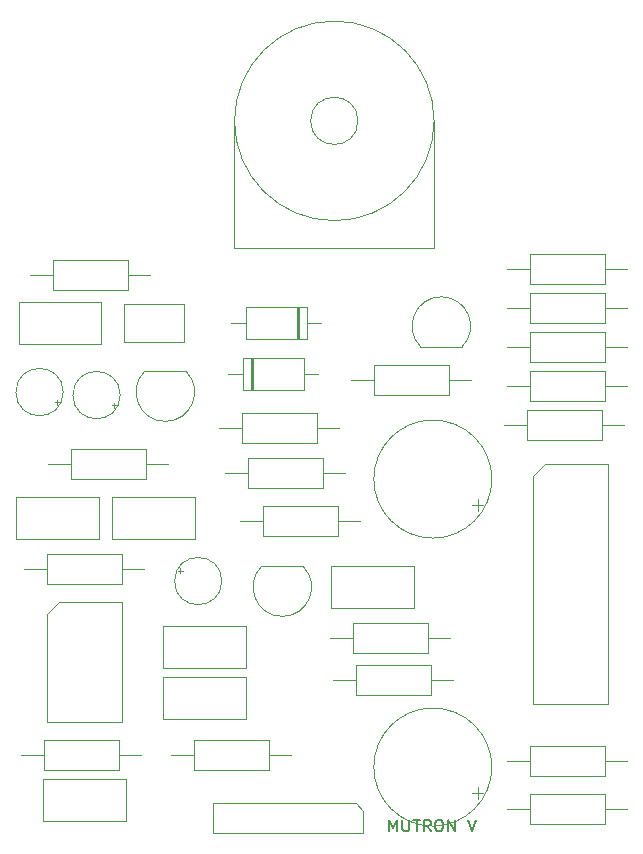
<source format=gbr>
G04 #@! TF.GenerationSoftware,KiCad,Pcbnew,7.0.11+dfsg-1build4*
G04 #@! TF.CreationDate,2026-01-25T21:38:33-05:00*
G04 #@! TF.ProjectId,Envelope-01-mutronv,456e7665-6c6f-4706-952d-30312d6d7574,rev?*
G04 #@! TF.SameCoordinates,Original*
G04 #@! TF.FileFunction,AssemblyDrawing,Top*
%FSLAX46Y46*%
G04 Gerber Fmt 4.6, Leading zero omitted, Abs format (unit mm)*
G04 Created by KiCad (PCBNEW 7.0.11+dfsg-1build4) date 2026-01-25 21:38:33*
%MOMM*%
%LPD*%
G01*
G04 APERTURE LIST*
%ADD10C,0.150000*%
%ADD11C,0.100000*%
G04 APERTURE END LIST*
D10*
X132724762Y-99934819D02*
X132724762Y-98934819D01*
X132724762Y-98934819D02*
X133058095Y-99649104D01*
X133058095Y-99649104D02*
X133391428Y-98934819D01*
X133391428Y-98934819D02*
X133391428Y-99934819D01*
X133867619Y-98934819D02*
X133867619Y-99744342D01*
X133867619Y-99744342D02*
X133915238Y-99839580D01*
X133915238Y-99839580D02*
X133962857Y-99887200D01*
X133962857Y-99887200D02*
X134058095Y-99934819D01*
X134058095Y-99934819D02*
X134248571Y-99934819D01*
X134248571Y-99934819D02*
X134343809Y-99887200D01*
X134343809Y-99887200D02*
X134391428Y-99839580D01*
X134391428Y-99839580D02*
X134439047Y-99744342D01*
X134439047Y-99744342D02*
X134439047Y-98934819D01*
X134772381Y-98934819D02*
X135343809Y-98934819D01*
X135058095Y-99934819D02*
X135058095Y-98934819D01*
X136248571Y-99934819D02*
X135915238Y-99458628D01*
X135677143Y-99934819D02*
X135677143Y-98934819D01*
X135677143Y-98934819D02*
X136058095Y-98934819D01*
X136058095Y-98934819D02*
X136153333Y-98982438D01*
X136153333Y-98982438D02*
X136200952Y-99030057D01*
X136200952Y-99030057D02*
X136248571Y-99125295D01*
X136248571Y-99125295D02*
X136248571Y-99268152D01*
X136248571Y-99268152D02*
X136200952Y-99363390D01*
X136200952Y-99363390D02*
X136153333Y-99411009D01*
X136153333Y-99411009D02*
X136058095Y-99458628D01*
X136058095Y-99458628D02*
X135677143Y-99458628D01*
X136867619Y-98934819D02*
X137058095Y-98934819D01*
X137058095Y-98934819D02*
X137153333Y-98982438D01*
X137153333Y-98982438D02*
X137248571Y-99077676D01*
X137248571Y-99077676D02*
X137296190Y-99268152D01*
X137296190Y-99268152D02*
X137296190Y-99601485D01*
X137296190Y-99601485D02*
X137248571Y-99791961D01*
X137248571Y-99791961D02*
X137153333Y-99887200D01*
X137153333Y-99887200D02*
X137058095Y-99934819D01*
X137058095Y-99934819D02*
X136867619Y-99934819D01*
X136867619Y-99934819D02*
X136772381Y-99887200D01*
X136772381Y-99887200D02*
X136677143Y-99791961D01*
X136677143Y-99791961D02*
X136629524Y-99601485D01*
X136629524Y-99601485D02*
X136629524Y-99268152D01*
X136629524Y-99268152D02*
X136677143Y-99077676D01*
X136677143Y-99077676D02*
X136772381Y-98982438D01*
X136772381Y-98982438D02*
X136867619Y-98934819D01*
X137724762Y-99934819D02*
X137724762Y-98934819D01*
X137724762Y-98934819D02*
X138296190Y-99934819D01*
X138296190Y-99934819D02*
X138296190Y-98934819D01*
X139391429Y-98934819D02*
X139724762Y-99934819D01*
X139724762Y-99934819D02*
X140058095Y-98934819D01*
D11*
X134858000Y-77498000D02*
X127858000Y-77498000D01*
X127858000Y-80998000D02*
X134858000Y-80998000D01*
X127858000Y-77498000D02*
X127858000Y-80998000D01*
X134858000Y-80998000D02*
X134858000Y-77498000D01*
X140726861Y-96675500D02*
X139726861Y-96675500D01*
X140226861Y-97175500D02*
X140226861Y-96175500D01*
X141438000Y-94488000D02*
G75*
G03*
X131438000Y-94488000I-5000000J0D01*
G01*
X131438000Y-94488000D02*
G75*
G03*
X141438000Y-94488000I5000000J0D01*
G01*
X110266000Y-58496000D02*
X115366000Y-58496000D01*
X115366000Y-55296000D02*
X110266000Y-55296000D01*
X110266000Y-55296000D02*
X110266000Y-58496000D01*
X115366000Y-58496000D02*
X115366000Y-55296000D01*
X140226861Y-72791500D02*
X140226861Y-71791500D01*
X140726861Y-72291500D02*
X139726861Y-72291500D01*
X141438000Y-70104000D02*
G75*
G03*
X131438000Y-70104000I-5000000J0D01*
G01*
X131438000Y-70104000D02*
G75*
G03*
X141438000Y-70104000I5000000J0D01*
G01*
X109668554Y-63859500D02*
X109268554Y-63859500D01*
X109468554Y-64059500D02*
X109468554Y-63659500D01*
X109966000Y-62992000D02*
G75*
G03*
X105966000Y-62992000I-2000000J0D01*
G01*
X105966000Y-62992000D02*
G75*
G03*
X109966000Y-62992000I2000000J0D01*
G01*
X116316000Y-75156000D02*
X116316000Y-71656000D01*
X109316000Y-71656000D02*
X109316000Y-75156000D01*
X109316000Y-75156000D02*
X116316000Y-75156000D01*
X116316000Y-71656000D02*
X109316000Y-71656000D01*
X108362000Y-55146000D02*
X101362000Y-55146000D01*
X101362000Y-55146000D02*
X101362000Y-58646000D01*
X108362000Y-58646000D02*
X108362000Y-55146000D01*
X101362000Y-58646000D02*
X108362000Y-58646000D01*
X101188000Y-75156000D02*
X108188000Y-75156000D01*
X108188000Y-71656000D02*
X101188000Y-71656000D01*
X101188000Y-71656000D02*
X101188000Y-75156000D01*
X108188000Y-75156000D02*
X108188000Y-71656000D01*
X104642554Y-63805500D02*
X104642554Y-63405500D01*
X104842554Y-63605500D02*
X104442554Y-63605500D01*
X105140000Y-62738000D02*
G75*
G03*
X101140000Y-62738000I-2000000J0D01*
G01*
X101140000Y-62738000D02*
G75*
G03*
X105140000Y-62738000I2000000J0D01*
G01*
X113634000Y-86078000D02*
X120634000Y-86078000D01*
X120634000Y-82578000D02*
X113634000Y-82578000D01*
X113634000Y-82578000D02*
X113634000Y-86078000D01*
X120634000Y-86078000D02*
X120634000Y-82578000D01*
X103474000Y-99032000D02*
X110474000Y-99032000D01*
X110474000Y-99032000D02*
X110474000Y-95532000D01*
X110474000Y-95532000D02*
X103474000Y-95532000D01*
X103474000Y-95532000D02*
X103474000Y-99032000D01*
X120634000Y-86896000D02*
X113634000Y-86896000D01*
X113634000Y-86896000D02*
X113634000Y-90396000D01*
X113634000Y-90396000D02*
X120634000Y-90396000D01*
X120634000Y-90396000D02*
X120634000Y-86896000D01*
X118570000Y-78740000D02*
G75*
G03*
X114570000Y-78740000I-2000000J0D01*
G01*
X114570000Y-78740000D02*
G75*
G03*
X118570000Y-78740000I2000000J0D01*
G01*
X115067446Y-77672500D02*
X115067446Y-78072500D01*
X114867446Y-77872500D02*
X115267446Y-77872500D01*
X120590000Y-55546000D02*
X120590000Y-58246000D01*
X127000000Y-56896000D02*
X125790000Y-56896000D01*
X120590000Y-58246000D02*
X125790000Y-58246000D01*
X124910000Y-58246000D02*
X124910000Y-55546000D01*
X125790000Y-55546000D02*
X120590000Y-55546000D01*
X125010000Y-58246000D02*
X125010000Y-55546000D01*
X125790000Y-58246000D02*
X125790000Y-55546000D01*
X125110000Y-58246000D02*
X125110000Y-55546000D01*
X119380000Y-56896000D02*
X120590000Y-56896000D01*
X125536000Y-62564000D02*
X125536000Y-59864000D01*
X119126000Y-61214000D02*
X120336000Y-61214000D01*
X121116000Y-59864000D02*
X121116000Y-62564000D01*
X121216000Y-59864000D02*
X121216000Y-62564000D01*
X120336000Y-59864000D02*
X120336000Y-62564000D01*
X120336000Y-62564000D02*
X125536000Y-62564000D01*
X121016000Y-59864000D02*
X121016000Y-62564000D01*
X126746000Y-61214000D02*
X125536000Y-61214000D01*
X125536000Y-59864000D02*
X120336000Y-59864000D01*
X117856000Y-97536000D02*
X129921000Y-97536000D01*
X117856000Y-100076000D02*
X117856000Y-97536000D01*
X130556000Y-98171000D02*
X130556000Y-100076000D01*
X130556000Y-100076000D02*
X117856000Y-100076000D01*
X129921000Y-97536000D02*
X130556000Y-98171000D01*
X125468000Y-77498000D02*
X121968000Y-77498000D01*
X121944375Y-77494375D02*
G75*
G03*
X123698000Y-81728000I1753625J-1753625D01*
G01*
X123698000Y-81728000D02*
G75*
G03*
X125451625Y-77494375I0J2480000D01*
G01*
X135390000Y-58900000D02*
X138890000Y-58900000D01*
X138913625Y-58903625D02*
G75*
G03*
X137160000Y-54670000I-1753625J1753625D01*
G01*
X137160000Y-54670000D02*
G75*
G03*
X135406375Y-58903625I0J-2480000D01*
G01*
X135992000Y-82316000D02*
X129692000Y-82316000D01*
X127762000Y-83566000D02*
X129692000Y-83566000D01*
X129692000Y-84816000D02*
X135992000Y-84816000D01*
X129692000Y-82316000D02*
X129692000Y-84816000D01*
X137922000Y-83566000D02*
X135992000Y-83566000D01*
X135992000Y-84816000D02*
X135992000Y-82316000D01*
X144678000Y-56876000D02*
X150978000Y-56876000D01*
X150978000Y-56876000D02*
X150978000Y-54376000D01*
X142748000Y-55626000D02*
X144678000Y-55626000D01*
X152908000Y-55626000D02*
X150978000Y-55626000D01*
X144678000Y-54376000D02*
X144678000Y-56876000D01*
X150978000Y-54376000D02*
X144678000Y-54376000D01*
X150978000Y-99294000D02*
X150978000Y-96794000D01*
X142748000Y-98044000D02*
X144678000Y-98044000D01*
X150978000Y-96794000D02*
X144678000Y-96794000D01*
X144678000Y-96794000D02*
X144678000Y-99294000D01*
X152908000Y-98044000D02*
X150978000Y-98044000D01*
X144678000Y-99294000D02*
X150978000Y-99294000D01*
X114046000Y-68834000D02*
X112116000Y-68834000D01*
X112116000Y-67584000D02*
X105816000Y-67584000D01*
X105816000Y-67584000D02*
X105816000Y-70084000D01*
X105816000Y-70084000D02*
X112116000Y-70084000D01*
X112116000Y-70084000D02*
X112116000Y-67584000D01*
X103886000Y-68834000D02*
X105816000Y-68834000D01*
X120802000Y-70846000D02*
X127102000Y-70846000D01*
X127102000Y-68346000D02*
X120802000Y-68346000D01*
X129032000Y-69596000D02*
X127102000Y-69596000D01*
X118872000Y-69596000D02*
X120802000Y-69596000D01*
X127102000Y-70846000D02*
X127102000Y-68346000D01*
X120802000Y-68346000D02*
X120802000Y-70846000D01*
X128372000Y-72410000D02*
X122072000Y-72410000D01*
X120142000Y-73660000D02*
X122072000Y-73660000D01*
X128372000Y-74910000D02*
X128372000Y-72410000D01*
X130302000Y-73660000D02*
X128372000Y-73660000D01*
X122072000Y-74910000D02*
X128372000Y-74910000D01*
X122072000Y-72410000D02*
X122072000Y-74910000D01*
X126594000Y-64536000D02*
X120294000Y-64536000D01*
X118364000Y-65786000D02*
X120294000Y-65786000D01*
X120294000Y-64536000D02*
X120294000Y-67036000D01*
X126594000Y-67036000D02*
X126594000Y-64536000D01*
X120294000Y-67036000D02*
X126594000Y-67036000D01*
X128524000Y-65786000D02*
X126594000Y-65786000D01*
X137770000Y-62972000D02*
X137770000Y-60472000D01*
X129540000Y-61722000D02*
X131470000Y-61722000D01*
X131470000Y-62972000D02*
X137770000Y-62972000D01*
X137770000Y-60472000D02*
X131470000Y-60472000D01*
X139700000Y-61722000D02*
X137770000Y-61722000D01*
X131470000Y-60472000D02*
X131470000Y-62972000D01*
X150978000Y-60980000D02*
X144678000Y-60980000D01*
X152908000Y-62230000D02*
X150978000Y-62230000D01*
X142748000Y-62230000D02*
X144678000Y-62230000D01*
X144678000Y-63480000D02*
X150978000Y-63480000D01*
X144678000Y-60980000D02*
X144678000Y-63480000D01*
X150978000Y-63480000D02*
X150978000Y-60980000D01*
X109830000Y-94722000D02*
X109830000Y-92222000D01*
X111760000Y-93472000D02*
X109830000Y-93472000D01*
X109830000Y-92222000D02*
X103530000Y-92222000D01*
X101600000Y-93472000D02*
X103530000Y-93472000D01*
X103530000Y-94722000D02*
X109830000Y-94722000D01*
X103530000Y-92222000D02*
X103530000Y-94722000D01*
X144678000Y-51074000D02*
X144678000Y-53574000D01*
X142748000Y-52324000D02*
X144678000Y-52324000D01*
X144678000Y-53574000D02*
X150978000Y-53574000D01*
X150978000Y-53574000D02*
X150978000Y-51074000D01*
X152908000Y-52324000D02*
X150978000Y-52324000D01*
X150978000Y-51074000D02*
X144678000Y-51074000D01*
X144678000Y-95230000D02*
X150978000Y-95230000D01*
X144678000Y-92730000D02*
X144678000Y-95230000D01*
X150978000Y-92730000D02*
X144678000Y-92730000D01*
X142748000Y-93980000D02*
X144678000Y-93980000D01*
X150978000Y-95230000D02*
X150978000Y-92730000D01*
X152908000Y-93980000D02*
X150978000Y-93980000D01*
X116230000Y-92222000D02*
X116230000Y-94722000D01*
X124460000Y-93472000D02*
X122530000Y-93472000D01*
X114300000Y-93472000D02*
X116230000Y-93472000D01*
X122530000Y-92222000D02*
X116230000Y-92222000D01*
X116230000Y-94722000D02*
X122530000Y-94722000D01*
X122530000Y-94722000D02*
X122530000Y-92222000D01*
X103784000Y-76474000D02*
X103784000Y-78974000D01*
X101854000Y-77724000D02*
X103784000Y-77724000D01*
X110084000Y-78974000D02*
X110084000Y-76474000D01*
X110084000Y-76474000D02*
X103784000Y-76474000D01*
X103784000Y-78974000D02*
X110084000Y-78974000D01*
X112014000Y-77724000D02*
X110084000Y-77724000D01*
X129946000Y-85872000D02*
X129946000Y-88372000D01*
X128016000Y-87122000D02*
X129946000Y-87122000D01*
X136246000Y-85872000D02*
X129946000Y-85872000D01*
X136246000Y-88372000D02*
X136246000Y-85872000D01*
X129946000Y-88372000D02*
X136246000Y-88372000D01*
X138176000Y-87122000D02*
X136246000Y-87122000D01*
X119646000Y-39774000D02*
X119646000Y-50574000D01*
X136546000Y-50574000D02*
X136546000Y-39774000D01*
X119646000Y-50574000D02*
X136546000Y-50574000D01*
X130096000Y-39774000D02*
G75*
G03*
X126096000Y-39774000I-2000000J0D01*
G01*
X126096000Y-39774000D02*
G75*
G03*
X130096000Y-39774000I2000000J0D01*
G01*
X136546000Y-39774000D02*
G75*
G03*
X119646000Y-39774000I-8450000J0D01*
G01*
X119646000Y-39774000D02*
G75*
G03*
X136546000Y-39774000I8450000J0D01*
G01*
X103759000Y-81518000D02*
X104759000Y-80518000D01*
X103759000Y-90678000D02*
X103759000Y-81518000D01*
X104759000Y-80518000D02*
X110109000Y-80518000D01*
X110109000Y-80518000D02*
X110109000Y-90678000D01*
X110109000Y-90678000D02*
X103759000Y-90678000D01*
X145907000Y-68834000D02*
X151257000Y-68834000D01*
X144907000Y-89154000D02*
X144907000Y-69834000D01*
X144907000Y-69834000D02*
X145907000Y-68834000D01*
X151257000Y-68834000D02*
X151257000Y-89154000D01*
X151257000Y-89154000D02*
X144907000Y-89154000D01*
X144678000Y-57678000D02*
X144678000Y-60178000D01*
X150978000Y-60178000D02*
X150978000Y-57678000D01*
X144678000Y-60178000D02*
X150978000Y-60178000D01*
X152908000Y-58928000D02*
X150978000Y-58928000D01*
X142748000Y-58928000D02*
X144678000Y-58928000D01*
X150978000Y-57678000D02*
X144678000Y-57678000D01*
X142494000Y-65532000D02*
X144424000Y-65532000D01*
X150724000Y-66782000D02*
X150724000Y-64282000D01*
X150724000Y-64282000D02*
X144424000Y-64282000D01*
X144424000Y-66782000D02*
X150724000Y-66782000D01*
X144424000Y-64282000D02*
X144424000Y-66782000D01*
X152654000Y-65532000D02*
X150724000Y-65532000D01*
X102362000Y-52832000D02*
X104292000Y-52832000D01*
X112522000Y-52832000D02*
X110592000Y-52832000D01*
X104292000Y-54082000D02*
X110592000Y-54082000D01*
X110592000Y-54082000D02*
X110592000Y-51582000D01*
X104292000Y-51582000D02*
X104292000Y-54082000D01*
X110592000Y-51582000D02*
X104292000Y-51582000D01*
X115562000Y-60988000D02*
X112062000Y-60988000D01*
X113792000Y-65218000D02*
G75*
G03*
X115545625Y-60984375I0J2480000D01*
G01*
X112038375Y-60984375D02*
G75*
G03*
X113792000Y-65218000I1753625J-1753625D01*
G01*
M02*

</source>
